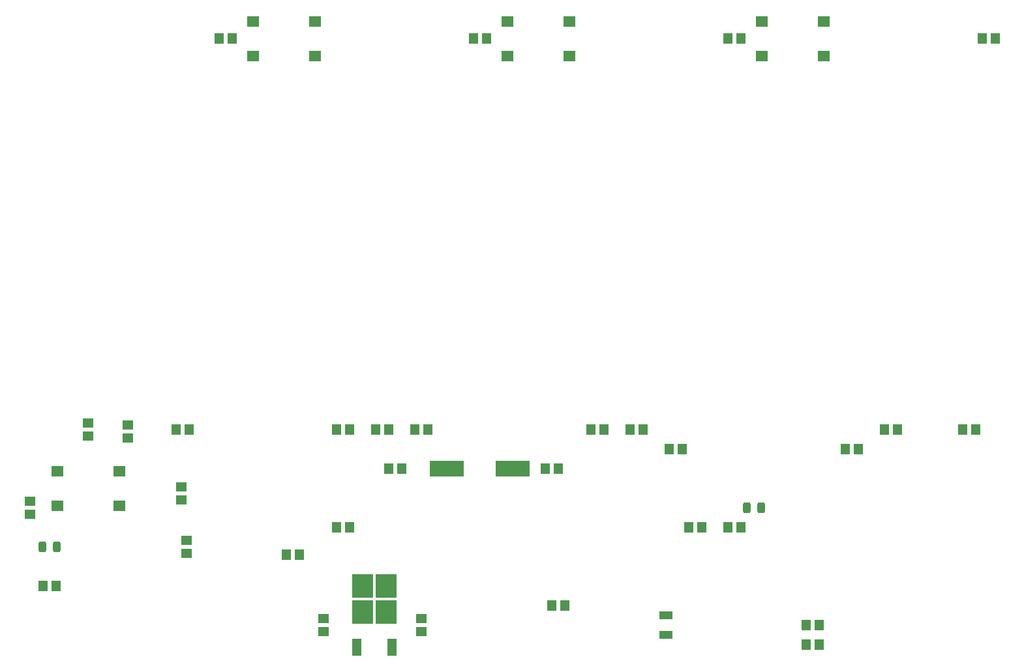
<source format=gbr>
%TF.GenerationSoftware,KiCad,Pcbnew,(6.0.5-0)*%
%TF.CreationDate,2022-07-22T00:16:16-04:00*%
%TF.ProjectId,YWS_clock,5957535f-636c-46f6-936b-2e6b69636164,rev?*%
%TF.SameCoordinates,PX4b17a20PY8a12ae0*%
%TF.FileFunction,Paste,Top*%
%TF.FilePolarity,Positive*%
%FSLAX46Y46*%
G04 Gerber Fmt 4.6, Leading zero omitted, Abs format (unit mm)*
G04 Created by KiCad (PCBNEW (6.0.5-0)) date 2022-07-22 00:16:16*
%MOMM*%
%LPD*%
G01*
G04 APERTURE LIST*
G04 Aperture macros list*
%AMRoundRect*
0 Rectangle with rounded corners*
0 $1 Rounding radius*
0 $2 $3 $4 $5 $6 $7 $8 $9 X,Y pos of 4 corners*
0 Add a 4 corners polygon primitive as box body*
4,1,4,$2,$3,$4,$5,$6,$7,$8,$9,$2,$3,0*
0 Add four circle primitives for the rounded corners*
1,1,$1+$1,$2,$3*
1,1,$1+$1,$4,$5*
1,1,$1+$1,$6,$7*
1,1,$1+$1,$8,$9*
0 Add four rect primitives between the rounded corners*
20,1,$1+$1,$2,$3,$4,$5,0*
20,1,$1+$1,$4,$5,$6,$7,0*
20,1,$1+$1,$6,$7,$8,$9,0*
20,1,$1+$1,$8,$9,$2,$3,0*%
G04 Aperture macros list end*
%ADD10R,1.400000X1.150000*%
%ADD11R,1.800000X1.000000*%
%ADD12R,1.150000X1.400000*%
%ADD13R,1.600000X1.400000*%
%ADD14R,4.500000X2.000000*%
%ADD15R,2.750000X3.050000*%
%ADD16R,1.200000X2.200000*%
%ADD17RoundRect,0.243750X0.243750X0.456250X-0.243750X0.456250X-0.243750X-0.456250X0.243750X-0.456250X0*%
G04 APERTURE END LIST*
D10*
%TO.C,C9*%
X12630000Y33870000D03*
X12630000Y32170000D03*
%TD*%
%TO.C,C6*%
X43180000Y6770000D03*
X43180000Y8470000D03*
%TD*%
D11*
%TO.C,Y1*%
X87650000Y8870000D03*
X87650000Y6370000D03*
%TD*%
D12*
%TO.C,R16*%
X8470000Y12700000D03*
X6770000Y12700000D03*
%TD*%
%TO.C,R5*%
X107530000Y7620000D03*
X105830000Y7620000D03*
%TD*%
%TO.C,R17*%
X38410000Y16780000D03*
X40110000Y16780000D03*
%TD*%
%TO.C,C14*%
X77890000Y33020000D03*
X79590000Y33020000D03*
%TD*%
%TO.C,R6*%
X107530000Y5080000D03*
X105830000Y5080000D03*
%TD*%
D13*
%TO.C,SW3*%
X67120000Y86070000D03*
X75120000Y86070000D03*
X67120000Y81570000D03*
X75120000Y81570000D03*
%TD*%
D12*
%TO.C,R13*%
X95670000Y83820000D03*
X97370000Y83820000D03*
%TD*%
%TO.C,C3*%
X71980000Y27940000D03*
X73680000Y27940000D03*
%TD*%
%TO.C,R1*%
X44870000Y20320000D03*
X46570000Y20320000D03*
%TD*%
%TO.C,C12*%
X82970000Y33020000D03*
X84670000Y33020000D03*
%TD*%
%TO.C,R15*%
X128690000Y83820000D03*
X130390000Y83820000D03*
%TD*%
D10*
%TO.C,C8*%
X17780000Y31930000D03*
X17780000Y33630000D03*
%TD*%
D12*
%TO.C,R11*%
X29630000Y83820000D03*
X31330000Y83820000D03*
%TD*%
D14*
%TO.C,Y2*%
X67750000Y27940000D03*
X59250000Y27940000D03*
%TD*%
D13*
%TO.C,SW2*%
X34100000Y86070000D03*
X42100000Y86070000D03*
X34100000Y81570000D03*
X42100000Y81570000D03*
%TD*%
D12*
%TO.C,R10*%
X56730000Y33020000D03*
X55030000Y33020000D03*
%TD*%
D10*
%TO.C,R4*%
X24780000Y25630000D03*
X24780000Y23930000D03*
%TD*%
D13*
%TO.C,SW4*%
X100140000Y86070000D03*
X108140000Y86070000D03*
X100140000Y81570000D03*
X108140000Y81570000D03*
%TD*%
D12*
%TO.C,C13*%
X49950000Y33020000D03*
X51650000Y33020000D03*
%TD*%
D15*
%TO.C,U1*%
X51310000Y9350000D03*
X51310000Y12700000D03*
X48260000Y12700000D03*
X48260000Y9350000D03*
D16*
X47505000Y4725000D03*
X52065000Y4725000D03*
%TD*%
D12*
%TO.C,R7*%
X24080000Y33020000D03*
X25780000Y33020000D03*
%TD*%
%TO.C,R9*%
X89750000Y30480000D03*
X88050000Y30480000D03*
%TD*%
%TO.C,C2*%
X90590000Y20320000D03*
X92290000Y20320000D03*
%TD*%
%TO.C,C1*%
X72810000Y10160000D03*
X74510000Y10160000D03*
%TD*%
D17*
%TO.C,D6*%
X8557500Y17780000D03*
X6682500Y17780000D03*
%TD*%
D12*
%TO.C,C11*%
X110910000Y30480000D03*
X112610000Y30480000D03*
%TD*%
%TO.C,C15*%
X44870000Y33020000D03*
X46570000Y33020000D03*
%TD*%
D10*
%TO.C,C7*%
X55880000Y6770000D03*
X55880000Y8470000D03*
%TD*%
D12*
%TO.C,C4*%
X53360000Y27940000D03*
X51660000Y27940000D03*
%TD*%
%TO.C,R8*%
X126150000Y33020000D03*
X127850000Y33020000D03*
%TD*%
D17*
%TO.C,D1*%
X99997500Y22860000D03*
X98122500Y22860000D03*
%TD*%
D12*
%TO.C,R2*%
X95670000Y20320000D03*
X97370000Y20320000D03*
%TD*%
D10*
%TO.C,C5*%
X5080000Y23710000D03*
X5080000Y22010000D03*
%TD*%
D12*
%TO.C,R12*%
X62650000Y83820000D03*
X64350000Y83820000D03*
%TD*%
%TO.C,C10*%
X115990000Y33020000D03*
X117690000Y33020000D03*
%TD*%
D13*
%TO.C,SW1*%
X16700000Y23150000D03*
X8700000Y23150000D03*
X16700000Y27650000D03*
X8700000Y27650000D03*
%TD*%
D10*
%TO.C,R3*%
X25400000Y16930000D03*
X25400000Y18630000D03*
%TD*%
M02*

</source>
